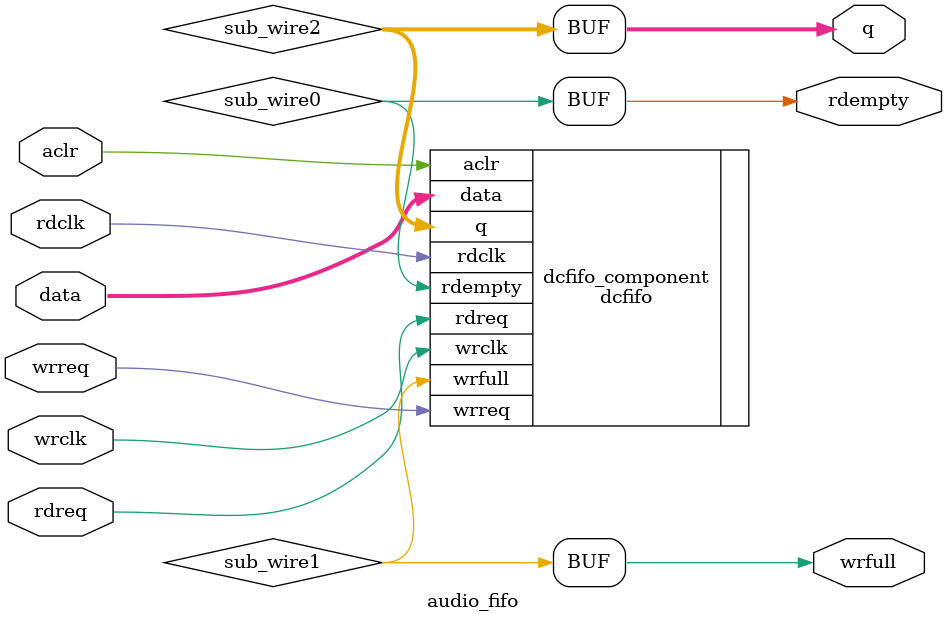
<source format=v>
module audio_fifo (
	aclr,
	data,
	rdclk,
	rdreq,
	wrclk,
	wrreq,
	q,
	rdempty,
	wrfull);
	input	  aclr;
	input	[31:0]  data;
	input	  rdclk;
	input	  rdreq;
	input	  wrclk;
	input	  wrreq;
	output	[31:0]  q;
	output	  rdempty;
	output	  wrfull;
`ifndef ALTERA_RESERVED_QIS
// synopsys translate_off
`endif
	tri0	  aclr;
`ifndef ALTERA_RESERVED_QIS
// synopsys translate_on
`endif
	wire  sub_wire0;
	wire  sub_wire1;
	wire [31:0] sub_wire2;
	wire  rdempty = sub_wire0;
	wire  wrfull = sub_wire1;
	wire [31:0] q = sub_wire2[31:0];
	dcfifo	dcfifo_component (
				.wrclk (wrclk),
				.rdreq (rdreq),
				.aclr (aclr),
				.rdclk (rdclk),
				.wrreq (wrreq),
				.data (data),
				.rdempty (sub_wire0),
				.wrfull (sub_wire1),
				.q (sub_wire2)
				// synopsys translate_off
				,
				.rdfull (),
				.rdusedw (),
				.wrempty (),
				.wrusedw ()
				// synopsys translate_on
				);
	defparam
		dcfifo_component.intended_device_family = "Cyclone IV E",
		dcfifo_component.lpm_numwords = 256,
		dcfifo_component.lpm_showahead = "OFF",
		dcfifo_component.lpm_type = "dcfifo",
		dcfifo_component.lpm_width = 32,
		dcfifo_component.lpm_widthu = 8,
		dcfifo_component.overflow_checking = "ON",
		dcfifo_component.rdsync_delaypipe = 5,
		dcfifo_component.underflow_checking = "ON",
		dcfifo_component.use_eab = "ON",
		dcfifo_component.write_aclr_synch = "ON",
		dcfifo_component.wrsync_delaypipe = 5;
endmodule
</source>
